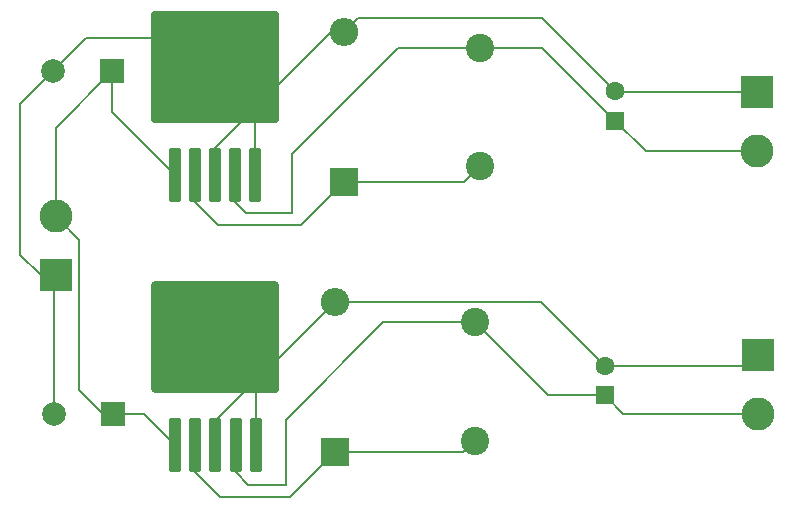
<source format=gbr>
%TF.GenerationSoftware,KiCad,Pcbnew,8.0.7*%
%TF.CreationDate,2024-12-31T18:49:18-05:00*%
%TF.ProjectId,12V-5V-3V3-BuckConverter,3132562d-3556-42d3-9356-332d4275636b,rev?*%
%TF.SameCoordinates,Original*%
%TF.FileFunction,Copper,L1,Top*%
%TF.FilePolarity,Positive*%
%FSLAX46Y46*%
G04 Gerber Fmt 4.6, Leading zero omitted, Abs format (unit mm)*
G04 Created by KiCad (PCBNEW 8.0.7) date 2024-12-31 18:49:18*
%MOMM*%
%LPD*%
G01*
G04 APERTURE LIST*
G04 Aperture macros list*
%AMRoundRect*
0 Rectangle with rounded corners*
0 $1 Rounding radius*
0 $2 $3 $4 $5 $6 $7 $8 $9 X,Y pos of 4 corners*
0 Add a 4 corners polygon primitive as box body*
4,1,4,$2,$3,$4,$5,$6,$7,$8,$9,$2,$3,0*
0 Add four circle primitives for the rounded corners*
1,1,$1+$1,$2,$3*
1,1,$1+$1,$4,$5*
1,1,$1+$1,$6,$7*
1,1,$1+$1,$8,$9*
0 Add four rect primitives between the rounded corners*
20,1,$1+$1,$2,$3,$4,$5,0*
20,1,$1+$1,$4,$5,$6,$7,0*
20,1,$1+$1,$6,$7,$8,$9,0*
20,1,$1+$1,$8,$9,$2,$3,0*%
G04 Aperture macros list end*
%TA.AperFunction,SMDPad,CuDef*%
%ADD10RoundRect,0.250000X0.300000X-2.050000X0.300000X2.050000X-0.300000X2.050000X-0.300000X-2.050000X0*%
%TD*%
%TA.AperFunction,SMDPad,CuDef*%
%ADD11RoundRect,0.250000X2.375000X-2.025000X2.375000X2.025000X-2.375000X2.025000X-2.375000X-2.025000X0*%
%TD*%
%TA.AperFunction,SMDPad,CuDef*%
%ADD12RoundRect,0.250002X5.149998X-4.449998X5.149998X4.449998X-5.149998X4.449998X-5.149998X-4.449998X0*%
%TD*%
%TA.AperFunction,ComponentPad*%
%ADD13C,2.400000*%
%TD*%
%TA.AperFunction,ComponentPad*%
%ADD14C,2.800000*%
%TD*%
%TA.AperFunction,ComponentPad*%
%ADD15R,2.800000X2.800000*%
%TD*%
%TA.AperFunction,ComponentPad*%
%ADD16O,2.400000X2.400000*%
%TD*%
%TA.AperFunction,ComponentPad*%
%ADD17R,2.400000X2.400000*%
%TD*%
%TA.AperFunction,ComponentPad*%
%ADD18R,1.600000X1.600000*%
%TD*%
%TA.AperFunction,ComponentPad*%
%ADD19C,1.600000*%
%TD*%
%TA.AperFunction,ComponentPad*%
%ADD20R,2.000000X2.000000*%
%TD*%
%TA.AperFunction,ComponentPad*%
%ADD21C,2.000000*%
%TD*%
%TA.AperFunction,Conductor*%
%ADD22C,0.200000*%
%TD*%
G04 APERTURE END LIST*
D10*
%TO.P,U1,1,VIN*%
%TO.N,Net-(J1-Pin_2)*%
X164600000Y-86775000D03*
%TO.P,U1,2,OUT*%
%TO.N,Net-(D2-K)*%
X166300000Y-86775000D03*
%TO.P,U1,3,GND*%
%TO.N,Earth*%
X168000000Y-86775000D03*
D11*
X165225000Y-80050000D03*
X170775000Y-80050000D03*
D12*
X168000000Y-77625000D03*
D11*
X165225000Y-75200000D03*
X170775000Y-75200000D03*
D10*
%TO.P,U1,4,FB*%
%TO.N,Net-(J2-Pin_2)*%
X169700000Y-86775000D03*
%TO.P,U1,5,~{ON}/OFF*%
%TO.N,Earth*%
X171400000Y-86775000D03*
%TD*%
D13*
%TO.P,L2,1,1*%
%TO.N,Net-(J2-Pin_2)*%
X190400000Y-76000000D03*
%TO.P,L2,2,2*%
%TO.N,Net-(D2-K)*%
X190400000Y-86000000D03*
%TD*%
%TO.P,L1,1,1*%
%TO.N,Net-(J3-Pin_2)*%
X190000000Y-99250000D03*
%TO.P,L1,2,2*%
%TO.N,Net-(D1-K)*%
X190000000Y-109250000D03*
%TD*%
D14*
%TO.P,J3,2,Pin_2*%
%TO.N,Net-(J3-Pin_2)*%
X214000000Y-107000000D03*
D15*
%TO.P,J3,1,Pin_1*%
%TO.N,Earth*%
X214000000Y-102000000D03*
%TD*%
%TO.P,J2,1,Pin_1*%
%TO.N,Earth*%
X213905000Y-79750000D03*
D14*
%TO.P,J2,2,Pin_2*%
%TO.N,Net-(J2-Pin_2)*%
X213905000Y-84750000D03*
%TD*%
%TO.P,J1,2,Pin_2*%
%TO.N,Net-(J1-Pin_2)*%
X154500000Y-90250000D03*
D15*
%TO.P,J1,1,Pin_1*%
%TO.N,Earth*%
X154500000Y-95250000D03*
%TD*%
D16*
%TO.P,D2,2,A*%
%TO.N,Earth*%
X178900000Y-74650000D03*
D17*
%TO.P,D2,1,K*%
%TO.N,Net-(D2-K)*%
X178900000Y-87350000D03*
%TD*%
%TO.P,D1,1,K*%
%TO.N,Net-(D1-K)*%
X178142677Y-110225000D03*
D16*
%TO.P,D1,2,A*%
%TO.N,Earth*%
X178142677Y-97525000D03*
%TD*%
D18*
%TO.P,C4,1*%
%TO.N,Net-(J2-Pin_2)*%
X201900000Y-82182380D03*
D19*
%TO.P,C4,2*%
%TO.N,Earth*%
X201900000Y-79682380D03*
%TD*%
%TO.P,C3,2*%
%TO.N,Earth*%
X201000000Y-102932380D03*
D18*
%TO.P,C3,1*%
%TO.N,Net-(J3-Pin_2)*%
X201000000Y-105432380D03*
%TD*%
D20*
%TO.P,C2,1*%
%TO.N,Net-(J1-Pin_2)*%
X159267677Y-78000000D03*
D21*
%TO.P,C2,2*%
%TO.N,Earth*%
X154267677Y-78000000D03*
%TD*%
%TO.P,C1,2*%
%TO.N,Earth*%
X154367677Y-107000000D03*
D20*
%TO.P,C1,1*%
%TO.N,Net-(J1-Pin_2)*%
X159367677Y-107000000D03*
%TD*%
D10*
%TO.P,U2,5,~{ON}/OFF*%
%TO.N,Earth*%
X171442677Y-109650000D03*
%TO.P,U2,4,FB*%
%TO.N,Net-(J3-Pin_2)*%
X169742677Y-109650000D03*
D11*
%TO.P,U2,3,GND*%
%TO.N,Earth*%
X170817677Y-98075000D03*
X165267677Y-98075000D03*
D12*
X168042677Y-100500000D03*
D11*
X170817677Y-102925000D03*
X165267677Y-102925000D03*
D10*
X168042677Y-109650000D03*
%TO.P,U2,2,OUT*%
%TO.N,Net-(D1-K)*%
X166342677Y-109650000D03*
%TO.P,U2,1,VIN*%
%TO.N,Net-(J1-Pin_2)*%
X164642677Y-109650000D03*
%TD*%
D22*
%TO.N,Net-(J2-Pin_2)*%
X204467620Y-84750000D02*
X201900000Y-82182380D01*
X213905000Y-84750000D02*
X204467620Y-84750000D01*
%TO.N,Earth*%
X201967620Y-79750000D02*
X201900000Y-79682380D01*
X213905000Y-79750000D02*
X201967620Y-79750000D01*
%TO.N,Net-(J3-Pin_2)*%
X214000000Y-107000000D02*
X202567620Y-107000000D01*
X202567620Y-107000000D02*
X201000000Y-105432380D01*
%TO.N,Earth*%
X213067620Y-102932380D02*
X214000000Y-102000000D01*
X201000000Y-102932380D02*
X213067620Y-102932380D01*
X212905000Y-102000000D02*
X213000000Y-102000000D01*
%TO.N,Net-(J1-Pin_2)*%
X158500000Y-107000000D02*
X159367677Y-107000000D01*
X156500000Y-92250000D02*
X156500000Y-105000000D01*
X154500000Y-90250000D02*
X156500000Y-92250000D01*
X156500000Y-105000000D02*
X158500000Y-107000000D01*
X154500000Y-82767677D02*
X159267677Y-78000000D01*
X154500000Y-90250000D02*
X154500000Y-82767677D01*
%TO.N,Earth*%
X151500000Y-80767677D02*
X154267677Y-78000000D01*
X153250000Y-95250000D02*
X151500000Y-93500000D01*
X151500000Y-93500000D02*
X151500000Y-80767677D01*
X154500000Y-95250000D02*
X153250000Y-95250000D01*
X154367677Y-95382323D02*
X154500000Y-95250000D01*
X154367677Y-107000000D02*
X154367677Y-95382323D01*
X171442677Y-109650000D02*
X171442677Y-104224999D01*
X171442677Y-104224999D02*
X174333838Y-101333838D01*
X168042677Y-107625000D02*
X174333838Y-101333838D01*
X174333838Y-101333838D02*
X178142677Y-97525000D01*
X168042677Y-109650000D02*
X168042677Y-107625000D01*
X157067677Y-75200000D02*
X165225000Y-75200000D01*
X154267677Y-78000000D02*
X157067677Y-75200000D01*
X180100000Y-73450000D02*
X178900000Y-74650000D01*
X195667620Y-73450000D02*
X180100000Y-73450000D01*
X201900000Y-79682380D02*
X195667620Y-73450000D01*
%TO.N,Net-(J2-Pin_2)*%
X174500000Y-85000000D02*
X183500000Y-76000000D01*
X174500000Y-90000000D02*
X174500000Y-85000000D01*
X170625000Y-90000000D02*
X174500000Y-90000000D01*
X169700000Y-89075000D02*
X170625000Y-90000000D01*
X183500000Y-76000000D02*
X190400000Y-76000000D01*
X169700000Y-86775000D02*
X169700000Y-89075000D01*
%TO.N,Net-(D2-K)*%
X166300000Y-89075000D02*
X166300000Y-86775000D01*
X168225000Y-91000000D02*
X166300000Y-89075000D01*
X175250000Y-91000000D02*
X168225000Y-91000000D01*
X178900000Y-87350000D02*
X175250000Y-91000000D01*
X189050000Y-87350000D02*
X178900000Y-87350000D01*
X190400000Y-86000000D02*
X189050000Y-87350000D01*
%TO.N,Net-(J2-Pin_2)*%
X195717620Y-76000000D02*
X201900000Y-82182380D01*
X190400000Y-76000000D02*
X195717620Y-76000000D01*
X202082380Y-82000000D02*
X201900000Y-82182380D01*
%TO.N,Earth*%
X195592620Y-97525000D02*
X178142677Y-97525000D01*
X201000000Y-102932380D02*
X195592620Y-97525000D01*
%TO.N,Net-(J3-Pin_2)*%
X196182380Y-105432380D02*
X201000000Y-105432380D01*
X190000000Y-99250000D02*
X196182380Y-105432380D01*
%TO.N,Net-(D1-K)*%
X189025000Y-110225000D02*
X190000000Y-109250000D01*
X178142677Y-110225000D02*
X189025000Y-110225000D01*
X168392677Y-114000000D02*
X166342677Y-111950000D01*
X166342677Y-111950000D02*
X166342677Y-109650000D01*
X174367677Y-114000000D02*
X168392677Y-114000000D01*
X178142677Y-110225000D02*
X174367677Y-114000000D01*
%TO.N,Net-(J3-Pin_2)*%
X182250000Y-99250000D02*
X190000000Y-99250000D01*
X174000000Y-107500000D02*
X182250000Y-99250000D01*
X174000000Y-113000000D02*
X174000000Y-107500000D01*
X169742677Y-111950000D02*
X170792677Y-113000000D01*
X169742677Y-109650000D02*
X169742677Y-111950000D01*
X170792677Y-113000000D02*
X174000000Y-113000000D01*
%TO.N,Earth*%
X171400000Y-81075000D02*
X174487500Y-77987500D01*
X171400000Y-86775000D02*
X171400000Y-81075000D01*
X168000000Y-84475000D02*
X174487500Y-77987500D01*
X174487500Y-77987500D02*
X177825000Y-74650000D01*
X177825000Y-74650000D02*
X178900000Y-74650000D01*
X168000000Y-86775000D02*
X168000000Y-84475000D01*
%TO.N,Net-(J1-Pin_2)*%
X159267677Y-81442677D02*
X164600000Y-86775000D01*
X159267677Y-78000000D02*
X159267677Y-81442677D01*
X161992677Y-107000000D02*
X164642677Y-109650000D01*
X159367677Y-107000000D02*
X161992677Y-107000000D01*
%TD*%
M02*

</source>
